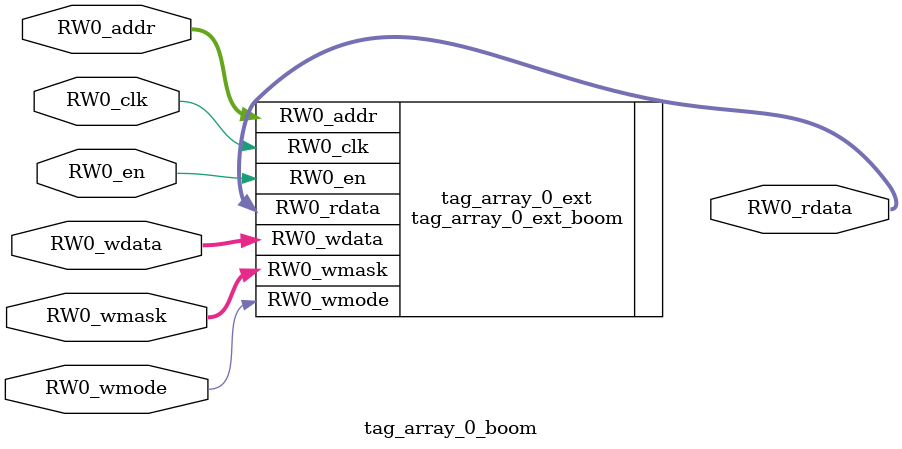
<source format=sv>
`ifndef RANDOMIZE
  `ifdef RANDOMIZE_REG_INIT
    `define RANDOMIZE
  `endif // RANDOMIZE_REG_INIT
`endif // not def RANDOMIZE
`ifndef RANDOMIZE
  `ifdef RANDOMIZE_MEM_INIT
    `define RANDOMIZE
  `endif // RANDOMIZE_MEM_INIT
`endif // not def RANDOMIZE

`ifndef RANDOM
  `define RANDOM $random
`endif // not def RANDOM

// Users can define 'PRINTF_COND' to add an extra gate to prints.
`ifndef PRINTF_COND_
  `ifdef PRINTF_COND
    `define PRINTF_COND_ (`PRINTF_COND)
  `else  // PRINTF_COND
    `define PRINTF_COND_ 1
  `endif // PRINTF_COND
`endif // not def PRINTF_COND_

// Users can define 'ASSERT_VERBOSE_COND' to add an extra gate to assert error printing.
`ifndef ASSERT_VERBOSE_COND_
  `ifdef ASSERT_VERBOSE_COND
    `define ASSERT_VERBOSE_COND_ (`ASSERT_VERBOSE_COND)
  `else  // ASSERT_VERBOSE_COND
    `define ASSERT_VERBOSE_COND_ 1
  `endif // ASSERT_VERBOSE_COND
`endif // not def ASSERT_VERBOSE_COND_

// Users can define 'STOP_COND' to add an extra gate to stop conditions.
`ifndef STOP_COND_
  `ifdef STOP_COND
    `define STOP_COND_ (`STOP_COND)
  `else  // STOP_COND
    `define STOP_COND_ 1
  `endif // STOP_COND
`endif // not def STOP_COND_

// Users can define INIT_RANDOM as general code that gets injected into the
// initializer block for modules with registers.
`ifndef INIT_RANDOM
  `define INIT_RANDOM
`endif // not def INIT_RANDOM

// If using random initialization, you can also define RANDOMIZE_DELAY to
// customize the delay used, otherwise 0.002 is used.
`ifndef RANDOMIZE_DELAY
  `define RANDOMIZE_DELAY 0.002
`endif // not def RANDOMIZE_DELAY

// Define INIT_RANDOM_PROLOG_ for use in our modules below.
`ifndef INIT_RANDOM_PROLOG_
  `ifdef RANDOMIZE
    `ifdef VERILATOR
      `define INIT_RANDOM_PROLOG_ `INIT_RANDOM
    `else  // VERILATOR
      `define INIT_RANDOM_PROLOG_ `INIT_RANDOM #`RANDOMIZE_DELAY begin end
    `endif // VERILATOR
  `else  // RANDOMIZE
    `define INIT_RANDOM_PROLOG_
  `endif // RANDOMIZE
`endif // not def INIT_RANDOM_PROLOG_

module tag_array_0_boom(	// @[icache.scala:156:30]
  input  [5:0]  RW0_addr,
  input         RW0_en,
                RW0_clk,
                RW0_wmode,
  input  [79:0] RW0_wdata,
  input  [3:0]  RW0_wmask,
  output [79:0] RW0_rdata
);

  tag_array_0_ext_boom tag_array_0_ext (	// @[icache.scala:156:30]
    .RW0_addr  (RW0_addr),
    .RW0_en    (RW0_en),
    .RW0_clk   (RW0_clk),
    .RW0_wmode (RW0_wmode),
    .RW0_wdata (RW0_wdata),
    .RW0_wmask (RW0_wmask),
    .RW0_rdata (RW0_rdata)
  );
endmodule


</source>
